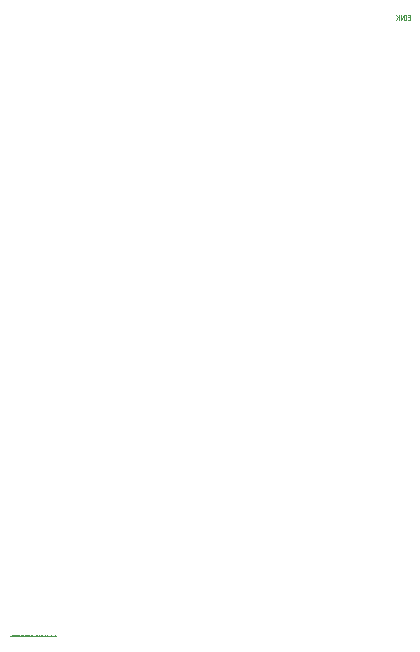
<source format=gbr>
G04 EAGLE Gerber RS-274X export*
G75*
%MOMM*%
%FSLAX34Y34*%
%LPD*%
%INSilkscreen Bottom*%
%IPPOS*%
%AMOC8*
5,1,8,0,0,1.08239X$1,22.5*%
G01*
%ADD10C,0.025400*%
%ADD11C,0.000000*%


D10*
X308180Y560127D02*
X309873Y560127D01*
X309873Y563937D01*
X308180Y563937D01*
X308603Y562244D02*
X309873Y562244D01*
X306505Y563937D02*
X306505Y560127D01*
X306928Y560127D02*
X306081Y560127D01*
X306081Y563937D02*
X306928Y563937D01*
X304515Y563937D02*
X304515Y560127D01*
X302398Y560127D02*
X304515Y563937D01*
X302398Y563937D02*
X302398Y560127D01*
X300565Y560127D02*
X300565Y563937D01*
X298449Y563937D02*
X300565Y561609D01*
X299719Y562455D02*
X298449Y560127D01*
D11*
X9689Y39028D02*
X10000Y38172D01*
X9451Y38444D02*
X9451Y38950D01*
X9450Y38444D02*
X9448Y38416D01*
X9442Y38389D01*
X9432Y38363D01*
X9419Y38339D01*
X9403Y38317D01*
X9383Y38297D01*
X9361Y38281D01*
X9337Y38268D01*
X9311Y38258D01*
X9284Y38252D01*
X9256Y38250D01*
X9228Y38252D01*
X9201Y38258D01*
X9175Y38268D01*
X9151Y38281D01*
X9129Y38297D01*
X9109Y38317D01*
X9093Y38339D01*
X9080Y38363D01*
X9070Y38389D01*
X9064Y38416D01*
X9062Y38444D01*
X9062Y38950D01*
X8745Y38522D02*
X8550Y38444D01*
X8744Y38522D02*
X8761Y38531D01*
X8776Y38542D01*
X8788Y38556D01*
X8798Y38572D01*
X8804Y38590D01*
X8808Y38608D01*
X8807Y38627D01*
X8804Y38645D01*
X8797Y38662D01*
X8787Y38678D01*
X8774Y38692D01*
X8759Y38703D01*
X8742Y38711D01*
X8724Y38716D01*
X8706Y38717D01*
X8670Y38715D01*
X8634Y38710D01*
X8599Y38702D01*
X8564Y38692D01*
X8531Y38678D01*
X8551Y38445D02*
X8534Y38436D01*
X8519Y38425D01*
X8507Y38411D01*
X8497Y38395D01*
X8491Y38377D01*
X8487Y38359D01*
X8488Y38340D01*
X8491Y38322D01*
X8498Y38305D01*
X8508Y38289D01*
X8521Y38275D01*
X8536Y38264D01*
X8553Y38256D01*
X8571Y38251D01*
X8589Y38250D01*
X8590Y38250D02*
X8633Y38252D01*
X8677Y38257D01*
X8720Y38265D01*
X8762Y38276D01*
X8804Y38289D01*
X8140Y38250D02*
X7946Y38250D01*
X8140Y38250D02*
X8160Y38252D01*
X8180Y38257D01*
X8199Y38266D01*
X8215Y38277D01*
X8230Y38292D01*
X8241Y38309D01*
X8250Y38327D01*
X8255Y38347D01*
X8257Y38367D01*
X8257Y38561D01*
X8255Y38584D01*
X8250Y38607D01*
X8242Y38629D01*
X8230Y38649D01*
X8215Y38667D01*
X8198Y38683D01*
X8179Y38696D01*
X8158Y38706D01*
X8136Y38713D01*
X8113Y38717D01*
X8089Y38717D01*
X8066Y38713D01*
X8044Y38706D01*
X8023Y38696D01*
X8004Y38683D01*
X7987Y38667D01*
X7972Y38649D01*
X7960Y38629D01*
X7952Y38607D01*
X7947Y38584D01*
X7945Y38561D01*
X7946Y38561D02*
X7946Y38483D01*
X8257Y38483D01*
X7688Y38250D02*
X7688Y38717D01*
X7455Y38717D01*
X7455Y38639D01*
X7212Y38522D02*
X7017Y38444D01*
X7211Y38522D02*
X7228Y38531D01*
X7243Y38542D01*
X7255Y38556D01*
X7265Y38572D01*
X7271Y38590D01*
X7275Y38608D01*
X7274Y38627D01*
X7271Y38645D01*
X7264Y38662D01*
X7254Y38678D01*
X7241Y38692D01*
X7226Y38703D01*
X7209Y38711D01*
X7191Y38716D01*
X7173Y38717D01*
X7137Y38715D01*
X7101Y38710D01*
X7066Y38702D01*
X7031Y38692D01*
X6998Y38678D01*
X7018Y38445D02*
X7001Y38436D01*
X6986Y38425D01*
X6974Y38411D01*
X6964Y38395D01*
X6958Y38377D01*
X6954Y38359D01*
X6955Y38340D01*
X6958Y38322D01*
X6965Y38305D01*
X6975Y38289D01*
X6988Y38275D01*
X7003Y38264D01*
X7020Y38256D01*
X7038Y38251D01*
X7056Y38250D01*
X7057Y38250D02*
X7100Y38252D01*
X7144Y38257D01*
X7187Y38265D01*
X7229Y38276D01*
X7271Y38289D01*
X6745Y38172D02*
X6434Y39028D01*
X6103Y38250D02*
X5948Y38250D01*
X6103Y38250D02*
X6123Y38252D01*
X6143Y38257D01*
X6162Y38266D01*
X6178Y38277D01*
X6193Y38292D01*
X6204Y38309D01*
X6213Y38327D01*
X6218Y38347D01*
X6220Y38367D01*
X6220Y38600D01*
X6218Y38620D01*
X6213Y38640D01*
X6204Y38659D01*
X6193Y38675D01*
X6178Y38690D01*
X6162Y38701D01*
X6143Y38710D01*
X6123Y38715D01*
X6103Y38717D01*
X5948Y38717D01*
X5716Y38950D02*
X5716Y38250D01*
X5716Y38717D02*
X5522Y38717D01*
X5502Y38715D01*
X5482Y38710D01*
X5464Y38701D01*
X5447Y38690D01*
X5432Y38675D01*
X5421Y38659D01*
X5412Y38640D01*
X5407Y38620D01*
X5405Y38600D01*
X5405Y38250D01*
X5033Y38250D02*
X4838Y38250D01*
X5033Y38250D02*
X5053Y38252D01*
X5073Y38257D01*
X5092Y38266D01*
X5108Y38277D01*
X5123Y38292D01*
X5134Y38309D01*
X5143Y38327D01*
X5148Y38347D01*
X5150Y38367D01*
X5149Y38367D02*
X5149Y38561D01*
X5150Y38561D02*
X5148Y38584D01*
X5143Y38607D01*
X5135Y38629D01*
X5123Y38649D01*
X5108Y38667D01*
X5091Y38683D01*
X5072Y38696D01*
X5051Y38706D01*
X5029Y38713D01*
X5006Y38717D01*
X4982Y38717D01*
X4959Y38713D01*
X4937Y38706D01*
X4916Y38696D01*
X4897Y38683D01*
X4880Y38667D01*
X4865Y38649D01*
X4853Y38629D01*
X4845Y38607D01*
X4840Y38584D01*
X4838Y38561D01*
X4838Y38483D01*
X5149Y38483D01*
X4582Y38250D02*
X4582Y38717D01*
X4388Y38717D01*
X4368Y38715D01*
X4348Y38710D01*
X4330Y38701D01*
X4313Y38690D01*
X4298Y38675D01*
X4287Y38659D01*
X4278Y38640D01*
X4273Y38620D01*
X4271Y38600D01*
X4271Y38250D01*
X3900Y38250D02*
X3706Y38250D01*
X3900Y38250D02*
X3920Y38252D01*
X3940Y38257D01*
X3959Y38266D01*
X3975Y38277D01*
X3990Y38292D01*
X4001Y38309D01*
X4010Y38327D01*
X4015Y38347D01*
X4017Y38367D01*
X4017Y38600D01*
X4015Y38620D01*
X4010Y38640D01*
X4001Y38659D01*
X3990Y38675D01*
X3975Y38690D01*
X3959Y38701D01*
X3940Y38710D01*
X3920Y38715D01*
X3900Y38717D01*
X3706Y38717D01*
X3706Y38133D01*
X3705Y38133D02*
X3707Y38113D01*
X3712Y38093D01*
X3721Y38075D01*
X3732Y38058D01*
X3747Y38043D01*
X3764Y38032D01*
X3782Y38023D01*
X3802Y38018D01*
X3822Y38016D01*
X3822Y38017D02*
X3978Y38017D01*
X3421Y38250D02*
X3421Y38717D01*
X3071Y38717D01*
X3051Y38715D01*
X3031Y38710D01*
X3013Y38701D01*
X2996Y38690D01*
X2981Y38675D01*
X2970Y38659D01*
X2961Y38640D01*
X2956Y38620D01*
X2954Y38600D01*
X2954Y38250D01*
X3188Y38250D02*
X3188Y38717D01*
X2684Y38717D02*
X2684Y38250D01*
X2703Y38911D02*
X2703Y38950D01*
X2664Y38950D01*
X2664Y38911D01*
X2703Y38911D01*
X2419Y38717D02*
X2419Y38250D01*
X2419Y38717D02*
X2225Y38717D01*
X2205Y38715D01*
X2185Y38710D01*
X2167Y38701D01*
X2150Y38690D01*
X2135Y38675D01*
X2124Y38659D01*
X2115Y38640D01*
X2110Y38620D01*
X2108Y38600D01*
X2108Y38250D01*
X1737Y38250D02*
X1543Y38250D01*
X1737Y38250D02*
X1757Y38252D01*
X1777Y38257D01*
X1796Y38266D01*
X1812Y38277D01*
X1827Y38292D01*
X1838Y38309D01*
X1847Y38327D01*
X1852Y38347D01*
X1854Y38367D01*
X1854Y38600D01*
X1852Y38620D01*
X1847Y38640D01*
X1838Y38659D01*
X1827Y38675D01*
X1812Y38690D01*
X1796Y38701D01*
X1777Y38710D01*
X1757Y38715D01*
X1737Y38717D01*
X1543Y38717D01*
X1543Y38133D01*
X1545Y38113D01*
X1550Y38093D01*
X1559Y38075D01*
X1570Y38058D01*
X1585Y38043D01*
X1601Y38032D01*
X1620Y38023D01*
X1640Y38018D01*
X1660Y38016D01*
X1660Y38017D02*
X1815Y38017D01*
X1306Y38717D02*
X995Y38717D01*
X1306Y38250D01*
X995Y38250D01*
X760Y38250D02*
X760Y38950D01*
X760Y38717D02*
X566Y38717D01*
X546Y38715D01*
X526Y38710D01*
X508Y38701D01*
X491Y38690D01*
X476Y38675D01*
X465Y38659D01*
X456Y38640D01*
X451Y38620D01*
X449Y38600D01*
X449Y38250D01*
X59Y38522D02*
X-116Y38522D01*
X59Y38522D02*
X81Y38520D01*
X103Y38515D01*
X124Y38506D01*
X143Y38493D01*
X159Y38478D01*
X173Y38460D01*
X184Y38441D01*
X191Y38419D01*
X195Y38397D01*
X195Y38375D01*
X191Y38353D01*
X184Y38331D01*
X173Y38312D01*
X159Y38294D01*
X143Y38279D01*
X124Y38266D01*
X103Y38257D01*
X81Y38252D01*
X59Y38250D01*
X-116Y38250D01*
X-116Y38600D01*
X-114Y38620D01*
X-109Y38640D01*
X-100Y38659D01*
X-89Y38675D01*
X-74Y38690D01*
X-57Y38701D01*
X-39Y38710D01*
X-19Y38715D01*
X1Y38717D01*
X156Y38717D01*
X-395Y38717D02*
X-395Y38250D01*
X-395Y38717D02*
X-589Y38717D01*
X-609Y38715D01*
X-629Y38710D01*
X-648Y38701D01*
X-664Y38690D01*
X-679Y38675D01*
X-690Y38659D01*
X-699Y38640D01*
X-704Y38620D01*
X-706Y38600D01*
X-706Y38250D01*
X-1077Y38250D02*
X-1271Y38250D01*
X-1077Y38250D02*
X-1057Y38252D01*
X-1037Y38257D01*
X-1019Y38266D01*
X-1002Y38277D01*
X-987Y38292D01*
X-976Y38309D01*
X-967Y38327D01*
X-962Y38347D01*
X-960Y38367D01*
X-960Y38600D01*
X-962Y38620D01*
X-967Y38640D01*
X-976Y38659D01*
X-987Y38675D01*
X-1002Y38690D01*
X-1019Y38701D01*
X-1037Y38710D01*
X-1057Y38715D01*
X-1077Y38717D01*
X-1271Y38717D01*
X-1271Y38133D01*
X-1269Y38113D01*
X-1264Y38093D01*
X-1255Y38075D01*
X-1244Y38058D01*
X-1229Y38043D01*
X-1213Y38032D01*
X-1194Y38023D01*
X-1174Y38018D01*
X-1154Y38016D01*
X-1154Y38017D02*
X-999Y38017D01*
X-1508Y38172D02*
X-1819Y39028D01*
X-2057Y38950D02*
X-2057Y38250D01*
X-2057Y38950D02*
X-2251Y38950D01*
X-2279Y38948D01*
X-2306Y38942D01*
X-2332Y38932D01*
X-2356Y38919D01*
X-2378Y38903D01*
X-2398Y38883D01*
X-2414Y38861D01*
X-2427Y38837D01*
X-2437Y38811D01*
X-2443Y38784D01*
X-2445Y38756D01*
X-2445Y38444D01*
X-2443Y38416D01*
X-2437Y38389D01*
X-2427Y38363D01*
X-2414Y38339D01*
X-2398Y38317D01*
X-2378Y38297D01*
X-2356Y38281D01*
X-2332Y38268D01*
X-2306Y38258D01*
X-2279Y38252D01*
X-2251Y38250D01*
X-2057Y38250D01*
X-2821Y38250D02*
X-3016Y38250D01*
X-2821Y38250D02*
X-2801Y38252D01*
X-2781Y38257D01*
X-2763Y38266D01*
X-2746Y38277D01*
X-2731Y38292D01*
X-2720Y38309D01*
X-2711Y38327D01*
X-2706Y38347D01*
X-2704Y38367D01*
X-2704Y38561D01*
X-2706Y38584D01*
X-2711Y38607D01*
X-2719Y38629D01*
X-2731Y38649D01*
X-2746Y38667D01*
X-2763Y38683D01*
X-2782Y38696D01*
X-2803Y38706D01*
X-2825Y38713D01*
X-2848Y38717D01*
X-2872Y38717D01*
X-2895Y38713D01*
X-2917Y38706D01*
X-2938Y38696D01*
X-2957Y38683D01*
X-2974Y38667D01*
X-2989Y38649D01*
X-3001Y38629D01*
X-3009Y38607D01*
X-3014Y38584D01*
X-3016Y38561D01*
X-3016Y38483D01*
X-2704Y38483D01*
X-3309Y38522D02*
X-3503Y38444D01*
X-3309Y38522D02*
X-3292Y38531D01*
X-3277Y38542D01*
X-3265Y38556D01*
X-3255Y38572D01*
X-3249Y38590D01*
X-3245Y38608D01*
X-3246Y38627D01*
X-3249Y38645D01*
X-3256Y38662D01*
X-3266Y38678D01*
X-3279Y38692D01*
X-3294Y38703D01*
X-3311Y38711D01*
X-3329Y38716D01*
X-3347Y38717D01*
X-3383Y38715D01*
X-3419Y38710D01*
X-3454Y38702D01*
X-3489Y38692D01*
X-3522Y38678D01*
X-3503Y38445D02*
X-3520Y38436D01*
X-3535Y38425D01*
X-3547Y38411D01*
X-3557Y38395D01*
X-3563Y38377D01*
X-3567Y38359D01*
X-3566Y38340D01*
X-3563Y38322D01*
X-3556Y38305D01*
X-3546Y38289D01*
X-3533Y38275D01*
X-3518Y38264D01*
X-3501Y38256D01*
X-3483Y38251D01*
X-3465Y38250D01*
X-3464Y38250D02*
X-3421Y38252D01*
X-3377Y38257D01*
X-3334Y38265D01*
X-3292Y38276D01*
X-3250Y38289D01*
X-3821Y38250D02*
X-3821Y38950D01*
X-4132Y38717D02*
X-3821Y38483D01*
X-3957Y38581D02*
X-4132Y38250D01*
X-4295Y38717D02*
X-4528Y38717D01*
X-4373Y38950D02*
X-4373Y38367D01*
X-4372Y38367D02*
X-4374Y38347D01*
X-4379Y38327D01*
X-4388Y38309D01*
X-4399Y38292D01*
X-4414Y38277D01*
X-4431Y38266D01*
X-4449Y38257D01*
X-4469Y38252D01*
X-4489Y38250D01*
X-4528Y38250D01*
X-4741Y38406D02*
X-4741Y38561D01*
X-4743Y38584D01*
X-4748Y38607D01*
X-4756Y38629D01*
X-4768Y38649D01*
X-4783Y38667D01*
X-4800Y38683D01*
X-4819Y38696D01*
X-4840Y38706D01*
X-4862Y38713D01*
X-4885Y38717D01*
X-4909Y38717D01*
X-4932Y38713D01*
X-4954Y38706D01*
X-4975Y38696D01*
X-4994Y38683D01*
X-5011Y38667D01*
X-5026Y38649D01*
X-5038Y38629D01*
X-5046Y38607D01*
X-5051Y38584D01*
X-5053Y38561D01*
X-5052Y38561D02*
X-5052Y38406D01*
X-5053Y38406D02*
X-5051Y38383D01*
X-5046Y38360D01*
X-5038Y38338D01*
X-5026Y38318D01*
X-5011Y38300D01*
X-4994Y38284D01*
X-4975Y38271D01*
X-4954Y38261D01*
X-4932Y38254D01*
X-4909Y38250D01*
X-4885Y38250D01*
X-4862Y38254D01*
X-4840Y38261D01*
X-4819Y38271D01*
X-4800Y38284D01*
X-4783Y38300D01*
X-4768Y38318D01*
X-4756Y38338D01*
X-4748Y38360D01*
X-4743Y38383D01*
X-4741Y38406D01*
X-5310Y38717D02*
X-5310Y38017D01*
X-5310Y38717D02*
X-5504Y38717D01*
X-5524Y38715D01*
X-5544Y38710D01*
X-5563Y38701D01*
X-5579Y38690D01*
X-5594Y38675D01*
X-5605Y38659D01*
X-5614Y38640D01*
X-5619Y38620D01*
X-5621Y38600D01*
X-5621Y38367D01*
X-5619Y38347D01*
X-5614Y38327D01*
X-5605Y38309D01*
X-5594Y38292D01*
X-5579Y38277D01*
X-5563Y38266D01*
X-5544Y38257D01*
X-5524Y38252D01*
X-5504Y38250D01*
X-5310Y38250D01*
X-5833Y38172D02*
X-6144Y39028D01*
X-6730Y38406D02*
X-6728Y38384D01*
X-6724Y38362D01*
X-6716Y38341D01*
X-6705Y38322D01*
X-6692Y38304D01*
X-6676Y38288D01*
X-6658Y38275D01*
X-6639Y38264D01*
X-6618Y38256D01*
X-6596Y38252D01*
X-6574Y38250D01*
X-6542Y38252D01*
X-6509Y38256D01*
X-6478Y38264D01*
X-6447Y38275D01*
X-6418Y38289D01*
X-6390Y38306D01*
X-6364Y38325D01*
X-6340Y38347D01*
X-6359Y38794D02*
X-6361Y38816D01*
X-6365Y38838D01*
X-6373Y38859D01*
X-6384Y38878D01*
X-6397Y38896D01*
X-6413Y38912D01*
X-6431Y38925D01*
X-6450Y38936D01*
X-6471Y38944D01*
X-6493Y38948D01*
X-6515Y38950D01*
X-6546Y38948D01*
X-6577Y38943D01*
X-6607Y38935D01*
X-6636Y38924D01*
X-6664Y38909D01*
X-6690Y38892D01*
X-6438Y38658D02*
X-6419Y38671D01*
X-6401Y38687D01*
X-6387Y38706D01*
X-6375Y38726D01*
X-6367Y38748D01*
X-6362Y38771D01*
X-6360Y38794D01*
X-6651Y38542D02*
X-6670Y38529D01*
X-6688Y38513D01*
X-6702Y38494D01*
X-6714Y38474D01*
X-6722Y38452D01*
X-6727Y38429D01*
X-6729Y38406D01*
X-6652Y38542D02*
X-6438Y38658D01*
X-7063Y38250D02*
X-7219Y38250D01*
X-7063Y38250D02*
X-7043Y38252D01*
X-7023Y38257D01*
X-7005Y38266D01*
X-6988Y38277D01*
X-6973Y38292D01*
X-6962Y38309D01*
X-6953Y38327D01*
X-6948Y38347D01*
X-6946Y38367D01*
X-6947Y38367D02*
X-6947Y38600D01*
X-6946Y38600D02*
X-6948Y38620D01*
X-6953Y38640D01*
X-6962Y38659D01*
X-6973Y38675D01*
X-6988Y38690D01*
X-7005Y38701D01*
X-7023Y38710D01*
X-7043Y38715D01*
X-7063Y38717D01*
X-7219Y38717D01*
X-7452Y38717D02*
X-7452Y38250D01*
X-7452Y38717D02*
X-7685Y38717D01*
X-7685Y38639D01*
X-7987Y38250D02*
X-8181Y38250D01*
X-7987Y38250D02*
X-7967Y38252D01*
X-7947Y38257D01*
X-7929Y38266D01*
X-7912Y38277D01*
X-7897Y38292D01*
X-7886Y38309D01*
X-7877Y38327D01*
X-7872Y38347D01*
X-7870Y38367D01*
X-7870Y38561D01*
X-7872Y38584D01*
X-7877Y38607D01*
X-7885Y38629D01*
X-7897Y38649D01*
X-7912Y38667D01*
X-7929Y38683D01*
X-7948Y38696D01*
X-7969Y38706D01*
X-7991Y38713D01*
X-8014Y38717D01*
X-8038Y38717D01*
X-8061Y38713D01*
X-8083Y38706D01*
X-8104Y38696D01*
X-8123Y38683D01*
X-8140Y38667D01*
X-8155Y38649D01*
X-8167Y38629D01*
X-8175Y38607D01*
X-8180Y38584D01*
X-8182Y38561D01*
X-8181Y38561D02*
X-8181Y38483D01*
X-7870Y38483D01*
X-8533Y38250D02*
X-8727Y38250D01*
X-8533Y38250D02*
X-8513Y38252D01*
X-8493Y38257D01*
X-8475Y38266D01*
X-8458Y38277D01*
X-8443Y38292D01*
X-8432Y38309D01*
X-8423Y38327D01*
X-8418Y38347D01*
X-8416Y38367D01*
X-8416Y38561D01*
X-8418Y38584D01*
X-8423Y38607D01*
X-8431Y38629D01*
X-8443Y38649D01*
X-8458Y38667D01*
X-8475Y38683D01*
X-8494Y38696D01*
X-8515Y38706D01*
X-8537Y38713D01*
X-8560Y38717D01*
X-8584Y38717D01*
X-8607Y38713D01*
X-8629Y38706D01*
X-8650Y38696D01*
X-8669Y38683D01*
X-8686Y38667D01*
X-8701Y38649D01*
X-8713Y38629D01*
X-8721Y38607D01*
X-8726Y38584D01*
X-8728Y38561D01*
X-8727Y38561D02*
X-8727Y38483D01*
X-8416Y38483D01*
X-8983Y38250D02*
X-8983Y38717D01*
X-9178Y38717D01*
X-9198Y38715D01*
X-9218Y38710D01*
X-9237Y38701D01*
X-9253Y38690D01*
X-9268Y38675D01*
X-9279Y38659D01*
X-9288Y38640D01*
X-9293Y38620D01*
X-9295Y38600D01*
X-9294Y38600D02*
X-9294Y38250D01*
X-9608Y38522D02*
X-9803Y38444D01*
X-9609Y38522D02*
X-9592Y38531D01*
X-9577Y38542D01*
X-9565Y38556D01*
X-9555Y38572D01*
X-9549Y38590D01*
X-9545Y38608D01*
X-9546Y38627D01*
X-9549Y38645D01*
X-9556Y38662D01*
X-9566Y38678D01*
X-9579Y38692D01*
X-9594Y38703D01*
X-9611Y38711D01*
X-9629Y38716D01*
X-9647Y38717D01*
X-9683Y38715D01*
X-9719Y38710D01*
X-9754Y38702D01*
X-9789Y38692D01*
X-9822Y38678D01*
X-9803Y38445D02*
X-9820Y38436D01*
X-9835Y38425D01*
X-9847Y38411D01*
X-9857Y38395D01*
X-9863Y38377D01*
X-9867Y38359D01*
X-9866Y38340D01*
X-9863Y38322D01*
X-9856Y38305D01*
X-9846Y38289D01*
X-9833Y38275D01*
X-9818Y38264D01*
X-9801Y38256D01*
X-9783Y38251D01*
X-9765Y38250D01*
X-9764Y38250D02*
X-9721Y38252D01*
X-9677Y38257D01*
X-9634Y38265D01*
X-9592Y38276D01*
X-9550Y38289D01*
X-10117Y38250D02*
X-10117Y38950D01*
X-10117Y38717D02*
X-10312Y38717D01*
X-10332Y38715D01*
X-10352Y38710D01*
X-10371Y38701D01*
X-10387Y38690D01*
X-10402Y38675D01*
X-10413Y38659D01*
X-10422Y38640D01*
X-10427Y38620D01*
X-10429Y38600D01*
X-10428Y38600D02*
X-10428Y38250D01*
X-10684Y38406D02*
X-10684Y38561D01*
X-10686Y38584D01*
X-10691Y38607D01*
X-10699Y38629D01*
X-10711Y38649D01*
X-10726Y38667D01*
X-10743Y38683D01*
X-10762Y38696D01*
X-10783Y38706D01*
X-10805Y38713D01*
X-10828Y38717D01*
X-10852Y38717D01*
X-10875Y38713D01*
X-10897Y38706D01*
X-10918Y38696D01*
X-10937Y38683D01*
X-10954Y38667D01*
X-10969Y38649D01*
X-10981Y38629D01*
X-10989Y38607D01*
X-10994Y38584D01*
X-10996Y38561D01*
X-10995Y38561D02*
X-10995Y38406D01*
X-10996Y38406D02*
X-10994Y38383D01*
X-10989Y38360D01*
X-10981Y38338D01*
X-10969Y38318D01*
X-10954Y38300D01*
X-10937Y38284D01*
X-10918Y38271D01*
X-10897Y38261D01*
X-10875Y38254D01*
X-10852Y38250D01*
X-10828Y38250D01*
X-10805Y38254D01*
X-10783Y38261D01*
X-10762Y38271D01*
X-10743Y38284D01*
X-10726Y38300D01*
X-10711Y38318D01*
X-10699Y38338D01*
X-10691Y38360D01*
X-10686Y38383D01*
X-10684Y38406D01*
X-11182Y38717D02*
X-11416Y38717D01*
X-11260Y38950D02*
X-11260Y38367D01*
X-11262Y38347D01*
X-11267Y38327D01*
X-11276Y38309D01*
X-11287Y38292D01*
X-11302Y38277D01*
X-11319Y38266D01*
X-11337Y38257D01*
X-11357Y38252D01*
X-11377Y38250D01*
X-11416Y38250D01*
X-11608Y38172D02*
X-11919Y38172D01*
X-12525Y38775D02*
X-12523Y38800D01*
X-12518Y38824D01*
X-12509Y38848D01*
X-12497Y38870D01*
X-12482Y38890D01*
X-12465Y38907D01*
X-12445Y38922D01*
X-12423Y38934D01*
X-12399Y38943D01*
X-12375Y38948D01*
X-12350Y38950D01*
X-12322Y38948D01*
X-12294Y38943D01*
X-12267Y38934D01*
X-12242Y38922D01*
X-12218Y38907D01*
X-12196Y38889D01*
X-12177Y38868D01*
X-12160Y38845D01*
X-12146Y38821D01*
X-12136Y38794D01*
X-12467Y38639D02*
X-12484Y38658D01*
X-12498Y38678D01*
X-12510Y38701D01*
X-12518Y38725D01*
X-12523Y38750D01*
X-12525Y38775D01*
X-12467Y38639D02*
X-12136Y38250D01*
X-12525Y38250D01*
X-12766Y38600D02*
X-12768Y38644D01*
X-12773Y38687D01*
X-12781Y38730D01*
X-12792Y38772D01*
X-12807Y38813D01*
X-12824Y38853D01*
X-12825Y38853D02*
X-12834Y38873D01*
X-12846Y38892D01*
X-12860Y38909D01*
X-12877Y38923D01*
X-12896Y38935D01*
X-12917Y38943D01*
X-12939Y38948D01*
X-12961Y38950D01*
X-12983Y38948D01*
X-13005Y38943D01*
X-13026Y38935D01*
X-13045Y38923D01*
X-13062Y38909D01*
X-13076Y38892D01*
X-13088Y38873D01*
X-13097Y38853D01*
X-13114Y38813D01*
X-13129Y38772D01*
X-13140Y38730D01*
X-13148Y38687D01*
X-13153Y38644D01*
X-13155Y38600D01*
X-12766Y38600D02*
X-12768Y38556D01*
X-12773Y38513D01*
X-12781Y38470D01*
X-12792Y38428D01*
X-12807Y38387D01*
X-12824Y38347D01*
X-12825Y38347D02*
X-12834Y38327D01*
X-12846Y38308D01*
X-12860Y38291D01*
X-12877Y38277D01*
X-12896Y38265D01*
X-12917Y38257D01*
X-12939Y38252D01*
X-12961Y38250D01*
X-13097Y38347D02*
X-13114Y38387D01*
X-13129Y38428D01*
X-13140Y38470D01*
X-13148Y38513D01*
X-13153Y38556D01*
X-13155Y38600D01*
X-13097Y38347D02*
X-13088Y38327D01*
X-13076Y38308D01*
X-13062Y38291D01*
X-13045Y38277D01*
X-13026Y38265D01*
X-13005Y38257D01*
X-12983Y38252D01*
X-12961Y38250D01*
X-12805Y38406D02*
X-13116Y38794D01*
X-13610Y38950D02*
X-13635Y38948D01*
X-13659Y38943D01*
X-13683Y38934D01*
X-13705Y38922D01*
X-13725Y38907D01*
X-13742Y38890D01*
X-13757Y38870D01*
X-13769Y38848D01*
X-13778Y38824D01*
X-13783Y38800D01*
X-13785Y38775D01*
X-13610Y38950D02*
X-13582Y38948D01*
X-13554Y38943D01*
X-13527Y38934D01*
X-13502Y38922D01*
X-13478Y38907D01*
X-13456Y38889D01*
X-13437Y38868D01*
X-13420Y38845D01*
X-13406Y38821D01*
X-13396Y38794D01*
X-13727Y38639D02*
X-13744Y38658D01*
X-13758Y38678D01*
X-13770Y38701D01*
X-13778Y38725D01*
X-13783Y38750D01*
X-13785Y38775D01*
X-13727Y38639D02*
X-13396Y38250D01*
X-13785Y38250D01*
X-14026Y38406D02*
X-14182Y38950D01*
X-14026Y38406D02*
X-14415Y38406D01*
X-14298Y38561D02*
X-14298Y38250D01*
X-14659Y38522D02*
X-15126Y38522D01*
X-15370Y38600D02*
X-15372Y38644D01*
X-15377Y38687D01*
X-15385Y38730D01*
X-15396Y38772D01*
X-15411Y38813D01*
X-15428Y38853D01*
X-15429Y38853D02*
X-15438Y38873D01*
X-15450Y38892D01*
X-15464Y38909D01*
X-15481Y38923D01*
X-15500Y38935D01*
X-15521Y38943D01*
X-15543Y38948D01*
X-15565Y38950D01*
X-15587Y38948D01*
X-15609Y38943D01*
X-15630Y38935D01*
X-15649Y38923D01*
X-15666Y38909D01*
X-15680Y38892D01*
X-15692Y38873D01*
X-15701Y38853D01*
X-15718Y38813D01*
X-15733Y38772D01*
X-15744Y38730D01*
X-15752Y38687D01*
X-15757Y38644D01*
X-15759Y38600D01*
X-15370Y38600D02*
X-15372Y38556D01*
X-15377Y38513D01*
X-15385Y38470D01*
X-15396Y38428D01*
X-15411Y38387D01*
X-15428Y38347D01*
X-15429Y38347D02*
X-15438Y38327D01*
X-15450Y38308D01*
X-15464Y38291D01*
X-15481Y38277D01*
X-15500Y38265D01*
X-15521Y38257D01*
X-15543Y38252D01*
X-15565Y38250D01*
X-15701Y38347D02*
X-15718Y38387D01*
X-15733Y38428D01*
X-15744Y38470D01*
X-15752Y38513D01*
X-15757Y38556D01*
X-15759Y38600D01*
X-15701Y38347D02*
X-15692Y38327D01*
X-15680Y38308D01*
X-15666Y38291D01*
X-15649Y38277D01*
X-15630Y38265D01*
X-15609Y38257D01*
X-15587Y38252D01*
X-15565Y38250D01*
X-15409Y38406D02*
X-15720Y38794D01*
X-16214Y38950D02*
X-16239Y38948D01*
X-16263Y38943D01*
X-16287Y38934D01*
X-16309Y38922D01*
X-16329Y38907D01*
X-16346Y38890D01*
X-16361Y38870D01*
X-16373Y38848D01*
X-16382Y38824D01*
X-16387Y38800D01*
X-16389Y38775D01*
X-16214Y38950D02*
X-16186Y38948D01*
X-16158Y38943D01*
X-16131Y38934D01*
X-16106Y38922D01*
X-16082Y38907D01*
X-16060Y38889D01*
X-16041Y38868D01*
X-16024Y38845D01*
X-16010Y38821D01*
X-16000Y38794D01*
X-16331Y38639D02*
X-16348Y38658D01*
X-16362Y38678D01*
X-16374Y38701D01*
X-16382Y38725D01*
X-16387Y38750D01*
X-16389Y38775D01*
X-16331Y38639D02*
X-16000Y38250D01*
X-16389Y38250D01*
X-16633Y38522D02*
X-17100Y38522D01*
X-17558Y38950D02*
X-17583Y38948D01*
X-17607Y38943D01*
X-17631Y38934D01*
X-17653Y38922D01*
X-17673Y38907D01*
X-17690Y38890D01*
X-17705Y38870D01*
X-17717Y38848D01*
X-17726Y38824D01*
X-17731Y38800D01*
X-17733Y38775D01*
X-17558Y38950D02*
X-17530Y38948D01*
X-17502Y38943D01*
X-17475Y38934D01*
X-17450Y38922D01*
X-17426Y38907D01*
X-17404Y38889D01*
X-17385Y38868D01*
X-17368Y38845D01*
X-17354Y38821D01*
X-17344Y38794D01*
X-17675Y38639D02*
X-17692Y38658D01*
X-17706Y38678D01*
X-17718Y38701D01*
X-17726Y38725D01*
X-17731Y38750D01*
X-17733Y38775D01*
X-17675Y38639D02*
X-17344Y38250D01*
X-17733Y38250D01*
X-17974Y38794D02*
X-18169Y38950D01*
X-18169Y38250D01*
X-18363Y38250D02*
X-17974Y38250D01*
X-18580Y38172D02*
X-18891Y38172D01*
X-19239Y38522D02*
X-19414Y38522D01*
X-19239Y38522D02*
X-19217Y38520D01*
X-19195Y38515D01*
X-19174Y38506D01*
X-19155Y38493D01*
X-19139Y38478D01*
X-19125Y38460D01*
X-19114Y38441D01*
X-19107Y38419D01*
X-19103Y38397D01*
X-19103Y38375D01*
X-19107Y38353D01*
X-19114Y38331D01*
X-19125Y38312D01*
X-19139Y38294D01*
X-19155Y38279D01*
X-19174Y38266D01*
X-19195Y38257D01*
X-19217Y38252D01*
X-19239Y38250D01*
X-19414Y38250D01*
X-19414Y38600D01*
X-19415Y38600D02*
X-19413Y38620D01*
X-19408Y38640D01*
X-19399Y38659D01*
X-19388Y38675D01*
X-19373Y38690D01*
X-19357Y38701D01*
X-19338Y38710D01*
X-19318Y38715D01*
X-19298Y38717D01*
X-19142Y38717D01*
X-19624Y38717D02*
X-19858Y38717D01*
X-19702Y38950D02*
X-19702Y38367D01*
X-19704Y38347D01*
X-19709Y38327D01*
X-19718Y38309D01*
X-19729Y38292D01*
X-19744Y38277D01*
X-19761Y38266D01*
X-19779Y38257D01*
X-19799Y38252D01*
X-19819Y38250D01*
X-19858Y38250D01*
X-20050Y38172D02*
X-20361Y38172D01*
X-20578Y38794D02*
X-20772Y38950D01*
X-20772Y38250D01*
X-20578Y38250D02*
X-20967Y38250D01*
X-21208Y38600D02*
X-21210Y38644D01*
X-21215Y38687D01*
X-21223Y38730D01*
X-21234Y38772D01*
X-21249Y38813D01*
X-21266Y38853D01*
X-21275Y38873D01*
X-21287Y38892D01*
X-21301Y38909D01*
X-21318Y38923D01*
X-21337Y38935D01*
X-21358Y38943D01*
X-21380Y38948D01*
X-21402Y38950D01*
X-21424Y38948D01*
X-21446Y38943D01*
X-21467Y38935D01*
X-21486Y38923D01*
X-21503Y38909D01*
X-21517Y38892D01*
X-21529Y38873D01*
X-21538Y38853D01*
X-21539Y38853D02*
X-21556Y38813D01*
X-21571Y38772D01*
X-21582Y38730D01*
X-21590Y38687D01*
X-21595Y38644D01*
X-21597Y38600D01*
X-21208Y38600D02*
X-21210Y38556D01*
X-21215Y38513D01*
X-21223Y38470D01*
X-21234Y38428D01*
X-21249Y38387D01*
X-21266Y38347D01*
X-21275Y38327D01*
X-21287Y38308D01*
X-21301Y38291D01*
X-21318Y38277D01*
X-21337Y38265D01*
X-21358Y38257D01*
X-21380Y38252D01*
X-21402Y38250D01*
X-21539Y38347D02*
X-21556Y38387D01*
X-21571Y38428D01*
X-21582Y38470D01*
X-21590Y38513D01*
X-21595Y38556D01*
X-21597Y38600D01*
X-21538Y38347D02*
X-21529Y38327D01*
X-21517Y38308D01*
X-21503Y38291D01*
X-21486Y38277D01*
X-21467Y38265D01*
X-21446Y38257D01*
X-21424Y38252D01*
X-21402Y38250D01*
X-21247Y38406D02*
X-21558Y38794D01*
X-21824Y38289D02*
X-21824Y38250D01*
X-21824Y38289D02*
X-21863Y38289D01*
X-21863Y38250D01*
X-21824Y38250D01*
X-22090Y38600D02*
X-22092Y38644D01*
X-22097Y38687D01*
X-22105Y38730D01*
X-22116Y38772D01*
X-22131Y38813D01*
X-22148Y38853D01*
X-22157Y38873D01*
X-22169Y38892D01*
X-22183Y38909D01*
X-22200Y38923D01*
X-22219Y38935D01*
X-22240Y38943D01*
X-22262Y38948D01*
X-22284Y38950D01*
X-22306Y38948D01*
X-22328Y38943D01*
X-22349Y38935D01*
X-22368Y38923D01*
X-22385Y38909D01*
X-22399Y38892D01*
X-22411Y38873D01*
X-22420Y38853D01*
X-22421Y38853D02*
X-22438Y38813D01*
X-22453Y38772D01*
X-22464Y38730D01*
X-22472Y38687D01*
X-22477Y38644D01*
X-22479Y38600D01*
X-22090Y38600D02*
X-22092Y38556D01*
X-22097Y38513D01*
X-22105Y38470D01*
X-22116Y38428D01*
X-22131Y38387D01*
X-22148Y38347D01*
X-22157Y38327D01*
X-22169Y38308D01*
X-22183Y38291D01*
X-22200Y38277D01*
X-22219Y38265D01*
X-22240Y38257D01*
X-22262Y38252D01*
X-22284Y38250D01*
X-22421Y38347D02*
X-22438Y38387D01*
X-22453Y38428D01*
X-22464Y38470D01*
X-22472Y38513D01*
X-22477Y38556D01*
X-22479Y38600D01*
X-22420Y38347D02*
X-22411Y38327D01*
X-22399Y38308D01*
X-22385Y38291D01*
X-22368Y38277D01*
X-22349Y38265D01*
X-22328Y38257D01*
X-22306Y38252D01*
X-22284Y38250D01*
X-22129Y38406D02*
X-22440Y38794D01*
X-22720Y38639D02*
X-22953Y38639D01*
X-22975Y38637D01*
X-22997Y38633D01*
X-23018Y38625D01*
X-23037Y38614D01*
X-23055Y38601D01*
X-23071Y38585D01*
X-23084Y38567D01*
X-23095Y38548D01*
X-23103Y38527D01*
X-23107Y38505D01*
X-23109Y38483D01*
X-23109Y38444D01*
X-23108Y38444D02*
X-23106Y38416D01*
X-23100Y38389D01*
X-23090Y38363D01*
X-23077Y38339D01*
X-23061Y38317D01*
X-23041Y38297D01*
X-23019Y38281D01*
X-22995Y38268D01*
X-22969Y38258D01*
X-22942Y38252D01*
X-22914Y38250D01*
X-22886Y38252D01*
X-22859Y38258D01*
X-22833Y38268D01*
X-22809Y38281D01*
X-22787Y38297D01*
X-22767Y38317D01*
X-22751Y38339D01*
X-22738Y38363D01*
X-22728Y38389D01*
X-22722Y38416D01*
X-22720Y38444D01*
X-22720Y38639D01*
X-22722Y38674D01*
X-22728Y38708D01*
X-22737Y38742D01*
X-22751Y38774D01*
X-22768Y38804D01*
X-22788Y38833D01*
X-22811Y38859D01*
X-22837Y38882D01*
X-22866Y38902D01*
X-22896Y38919D01*
X-22928Y38933D01*
X-22962Y38942D01*
X-22996Y38948D01*
X-23031Y38950D01*
X-23336Y38289D02*
X-23336Y38250D01*
X-23336Y38289D02*
X-23375Y38289D01*
X-23375Y38250D01*
X-23336Y38250D01*
X-23602Y38406D02*
X-23758Y38950D01*
X-23602Y38406D02*
X-23991Y38406D01*
X-23874Y38561D02*
X-23874Y38250D01*
X-24232Y38794D02*
X-24426Y38950D01*
X-24426Y38250D01*
X-24232Y38250D02*
X-24621Y38250D01*
X-24838Y38172D02*
X-25149Y38172D01*
X-25392Y38250D02*
X-25392Y38950D01*
X-25586Y38950D01*
X-25614Y38948D01*
X-25641Y38942D01*
X-25667Y38932D01*
X-25691Y38919D01*
X-25713Y38903D01*
X-25733Y38883D01*
X-25749Y38861D01*
X-25762Y38837D01*
X-25772Y38811D01*
X-25778Y38784D01*
X-25780Y38756D01*
X-25778Y38728D01*
X-25772Y38701D01*
X-25762Y38675D01*
X-25749Y38651D01*
X-25733Y38629D01*
X-25713Y38609D01*
X-25691Y38593D01*
X-25667Y38580D01*
X-25641Y38570D01*
X-25614Y38564D01*
X-25586Y38562D01*
X-25586Y38561D02*
X-25392Y38561D01*
X-26020Y38250D02*
X-26020Y38950D01*
X-26253Y38561D01*
X-26487Y38950D01*
X-26487Y38250D01*
X-26738Y38250D02*
X-26738Y38289D01*
X-26777Y38289D01*
X-26777Y38250D01*
X-26738Y38250D01*
X-27023Y38250D02*
X-27023Y38950D01*
X-27023Y38250D02*
X-27218Y38250D01*
X-27238Y38252D01*
X-27258Y38257D01*
X-27277Y38266D01*
X-27293Y38277D01*
X-27308Y38292D01*
X-27319Y38309D01*
X-27328Y38327D01*
X-27333Y38347D01*
X-27335Y38367D01*
X-27334Y38367D02*
X-27334Y38600D01*
X-27335Y38600D02*
X-27333Y38620D01*
X-27328Y38640D01*
X-27319Y38659D01*
X-27308Y38675D01*
X-27293Y38690D01*
X-27277Y38701D01*
X-27258Y38710D01*
X-27238Y38715D01*
X-27218Y38717D01*
X-27023Y38717D01*
X-27595Y38717D02*
X-27595Y38250D01*
X-27595Y38717D02*
X-27945Y38717D01*
X-27965Y38715D01*
X-27985Y38710D01*
X-28004Y38701D01*
X-28020Y38690D01*
X-28035Y38675D01*
X-28046Y38659D01*
X-28055Y38640D01*
X-28060Y38620D01*
X-28062Y38600D01*
X-28062Y38250D01*
X-27828Y38250D02*
X-27828Y38717D01*
X-28346Y38717D02*
X-28346Y38017D01*
X-28346Y38717D02*
X-28541Y38717D01*
X-28561Y38715D01*
X-28581Y38710D01*
X-28600Y38701D01*
X-28616Y38690D01*
X-28631Y38675D01*
X-28642Y38659D01*
X-28651Y38640D01*
X-28656Y38620D01*
X-28658Y38600D01*
X-28657Y38600D02*
X-28657Y38367D01*
X-28658Y38367D02*
X-28656Y38347D01*
X-28651Y38327D01*
X-28642Y38309D01*
X-28631Y38292D01*
X-28616Y38277D01*
X-28600Y38266D01*
X-28581Y38257D01*
X-28561Y38252D01*
X-28541Y38250D01*
X-28346Y38250D01*
M02*

</source>
